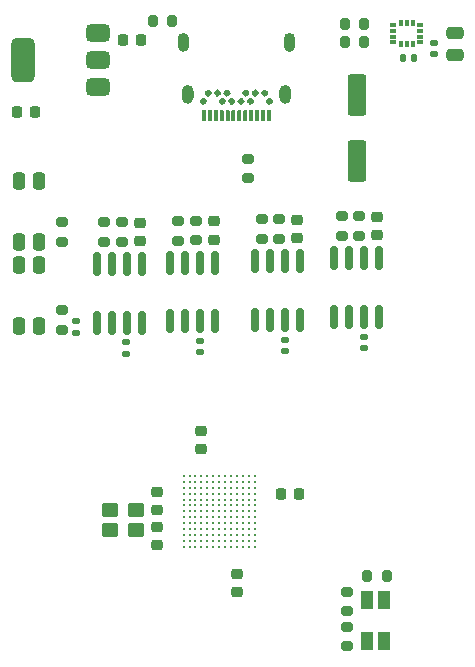
<source format=gbr>
%TF.GenerationSoftware,KiCad,Pcbnew,9.0.4*%
%TF.CreationDate,2025-09-28T18:54:50+03:00*%
%TF.ProjectId,Asius2,41736975-7332-42e6-9b69-6361645f7063,rev?*%
%TF.SameCoordinates,Original*%
%TF.FileFunction,Paste,Top*%
%TF.FilePolarity,Positive*%
%FSLAX46Y46*%
G04 Gerber Fmt 4.6, Leading zero omitted, Abs format (unit mm)*
G04 Created by KiCad (PCBNEW 9.0.4) date 2025-09-28 18:54:50*
%MOMM*%
%LPD*%
G01*
G04 APERTURE LIST*
G04 Aperture macros list*
%AMRoundRect*
0 Rectangle with rounded corners*
0 $1 Rounding radius*
0 $2 $3 $4 $5 $6 $7 $8 $9 X,Y pos of 4 corners*
0 Add a 4 corners polygon primitive as box body*
4,1,4,$2,$3,$4,$5,$6,$7,$8,$9,$2,$3,0*
0 Add four circle primitives for the rounded corners*
1,1,$1+$1,$2,$3*
1,1,$1+$1,$4,$5*
1,1,$1+$1,$6,$7*
1,1,$1+$1,$8,$9*
0 Add four rect primitives between the rounded corners*
20,1,$1+$1,$2,$3,$4,$5,0*
20,1,$1+$1,$4,$5,$6,$7,0*
20,1,$1+$1,$6,$7,$8,$9,0*
20,1,$1+$1,$8,$9,$2,$3,0*%
G04 Aperture macros list end*
%ADD10C,0.300000*%
%ADD11C,0.000000*%
%ADD12RoundRect,0.250000X0.475000X-0.250000X0.475000X0.250000X-0.475000X0.250000X-0.475000X-0.250000X0*%
%ADD13RoundRect,0.250000X0.550000X-1.500000X0.550000X1.500000X-0.550000X1.500000X-0.550000X-1.500000X0*%
%ADD14R,1.000000X1.500000*%
%ADD15RoundRect,0.200000X-0.200000X-0.275000X0.200000X-0.275000X0.200000X0.275000X-0.200000X0.275000X0*%
%ADD16RoundRect,0.225000X-0.225000X-0.250000X0.225000X-0.250000X0.225000X0.250000X-0.225000X0.250000X0*%
%ADD17C,0.270002*%
%ADD18R,0.300000X0.900000*%
%ADD19RoundRect,0.140000X-0.140000X-0.170000X0.140000X-0.170000X0.140000X0.170000X-0.140000X0.170000X0*%
%ADD20RoundRect,0.140000X-0.170000X0.140000X-0.170000X-0.140000X0.170000X-0.140000X0.170000X0.140000X0*%
%ADD21RoundRect,0.150000X0.150000X-0.825000X0.150000X0.825000X-0.150000X0.825000X-0.150000X-0.825000X0*%
%ADD22RoundRect,0.200000X-0.275000X0.200000X-0.275000X-0.200000X0.275000X-0.200000X0.275000X0.200000X0*%
%ADD23RoundRect,0.200000X0.275000X-0.200000X0.275000X0.200000X-0.275000X0.200000X-0.275000X-0.200000X0*%
%ADD24RoundRect,0.225000X0.250000X-0.225000X0.250000X0.225000X-0.250000X0.225000X-0.250000X-0.225000X0*%
%ADD25R,0.610000X0.350000*%
%ADD26R,0.350000X0.610000*%
%ADD27RoundRect,0.375000X0.625000X0.375000X-0.625000X0.375000X-0.625000X-0.375000X0.625000X-0.375000X0*%
%ADD28RoundRect,0.500000X0.500000X1.400000X-0.500000X1.400000X-0.500000X-1.400000X0.500000X-1.400000X0*%
%ADD29RoundRect,0.250000X0.250000X-0.475000X0.250000X0.475000X-0.250000X0.475000X-0.250000X-0.475000X0*%
%ADD30RoundRect,0.200000X0.200000X0.275000X-0.200000X0.275000X-0.200000X-0.275000X0.200000X-0.275000X0*%
%ADD31RoundRect,0.225000X0.225000X0.250000X-0.225000X0.250000X-0.225000X-0.250000X0.225000X-0.250000X0*%
%ADD32RoundRect,0.225000X-0.250000X0.225000X-0.250000X-0.225000X0.250000X-0.225000X0.250000X0.225000X0*%
%ADD33RoundRect,0.140000X0.170000X-0.140000X0.170000X0.140000X-0.170000X0.140000X-0.170000X-0.140000X0*%
%ADD34RoundRect,0.250000X-0.450000X-0.350000X0.450000X-0.350000X0.450000X0.350000X-0.450000X0.350000X0*%
G04 APERTURE END LIST*
D10*
%TO.C,USBC1*%
X89210500Y-78150500D02*
G75*
G02*
X88909500Y-78150500I-150500J0D01*
G01*
X88909500Y-78150500D02*
G75*
G02*
X89210500Y-78150500I150500J0D01*
G01*
X88810000Y-77450500D02*
G75*
G02*
X88510000Y-77450500I-150000J0D01*
G01*
X88510000Y-77450500D02*
G75*
G02*
X88810000Y-77450500I150000J0D01*
G01*
X88010000Y-77450500D02*
G75*
G02*
X87710000Y-77450500I-150000J0D01*
G01*
X87710000Y-77450500D02*
G75*
G02*
X88010000Y-77450500I150000J0D01*
G01*
X87610000Y-78150500D02*
G75*
G02*
X87310000Y-78150500I-150000J0D01*
G01*
X87310000Y-78150500D02*
G75*
G02*
X87610000Y-78150500I150000J0D01*
G01*
X87210500Y-77450500D02*
G75*
G02*
X86909500Y-77450500I-150500J0D01*
G01*
X86909500Y-77450500D02*
G75*
G02*
X87210500Y-77450500I150500J0D01*
G01*
X86810000Y-78150500D02*
G75*
G02*
X86510000Y-78150500I-150000J0D01*
G01*
X86510000Y-78150500D02*
G75*
G02*
X86810000Y-78150500I150000J0D01*
G01*
X86010000Y-78150500D02*
G75*
G02*
X85710000Y-78150500I-150000J0D01*
G01*
X85710000Y-78150500D02*
G75*
G02*
X86010000Y-78150500I150000J0D01*
G01*
X85610000Y-77450500D02*
G75*
G02*
X85310000Y-77450500I-150000J0D01*
G01*
X85310000Y-77450500D02*
G75*
G02*
X85610000Y-77450500I150000J0D01*
G01*
X85210500Y-78150500D02*
G75*
G02*
X84909500Y-78150500I-150500J0D01*
G01*
X84909500Y-78150500D02*
G75*
G02*
X85210500Y-78150500I150500J0D01*
G01*
X84810000Y-77450500D02*
G75*
G02*
X84510000Y-77450500I-150000J0D01*
G01*
X84510000Y-77450500D02*
G75*
G02*
X84810000Y-77450500I150000J0D01*
G01*
X84010000Y-77450500D02*
G75*
G02*
X83710000Y-77450500I-150000J0D01*
G01*
X83710000Y-77450500D02*
G75*
G02*
X84010000Y-77450500I150000J0D01*
G01*
X83610000Y-78150500D02*
G75*
G02*
X83310000Y-78150500I-150000J0D01*
G01*
X83310000Y-78150500D02*
G75*
G02*
X83610000Y-78150500I150000J0D01*
G01*
D11*
G36*
X89160000Y-79810500D02*
G01*
X88860000Y-79810500D01*
X88860000Y-78910500D01*
X89160000Y-78910500D01*
X89160000Y-79810500D01*
G37*
G36*
X88660000Y-79810500D02*
G01*
X88360000Y-79810500D01*
X88360000Y-78910500D01*
X88660000Y-78910500D01*
X88660000Y-79810500D01*
G37*
G36*
X88160000Y-79810500D02*
G01*
X87860000Y-79810500D01*
X87860000Y-78910500D01*
X88160000Y-78910500D01*
X88160000Y-79810500D01*
G37*
G36*
X87660000Y-79810500D02*
G01*
X87360000Y-79810500D01*
X87360000Y-78910500D01*
X87660000Y-78910500D01*
X87660000Y-79810500D01*
G37*
G36*
X87160000Y-79810500D02*
G01*
X86860000Y-79810500D01*
X86860000Y-78910500D01*
X87160000Y-78910500D01*
X87160000Y-79810500D01*
G37*
G36*
X86660000Y-79810500D02*
G01*
X86360000Y-79810500D01*
X86360000Y-78910500D01*
X86660000Y-78910500D01*
X86660000Y-79810500D01*
G37*
G36*
X86160000Y-79810500D02*
G01*
X85860000Y-79810500D01*
X85860000Y-78910500D01*
X86160000Y-78910500D01*
X86160000Y-79810500D01*
G37*
G36*
X85660000Y-79810500D02*
G01*
X85360000Y-79810500D01*
X85360000Y-78910500D01*
X85660000Y-78910500D01*
X85660000Y-79810500D01*
G37*
G36*
X85160000Y-79810500D02*
G01*
X84860000Y-79810500D01*
X84860000Y-78910500D01*
X85160000Y-78910500D01*
X85160000Y-79810500D01*
G37*
G36*
X84660000Y-79810500D02*
G01*
X84360000Y-79810500D01*
X84360000Y-78910500D01*
X84660000Y-78910500D01*
X84660000Y-79810500D01*
G37*
G36*
X84160000Y-79810500D02*
G01*
X83860000Y-79810500D01*
X83860000Y-78910500D01*
X84160000Y-78910500D01*
X84160000Y-79810500D01*
G37*
G36*
X83660500Y-79810000D02*
G01*
X83360000Y-79810000D01*
X83360000Y-78910000D01*
X83660500Y-78910000D01*
X83660500Y-79810000D01*
G37*
G36*
X90250000Y-72860500D02*
G01*
X90250000Y-72860500D01*
G75*
G02*
X91250000Y-72860500I500000J0D01*
G01*
X91250000Y-73460500D01*
G75*
G02*
X90250000Y-73460500I-500000J0D01*
G01*
X90250000Y-72860500D01*
G37*
G36*
X89890000Y-77260500D02*
G01*
X89890000Y-77260500D01*
G75*
G02*
X90890000Y-77260500I500000J0D01*
G01*
X90890000Y-77860500D01*
G75*
G02*
X89890000Y-77860500I-500000J0D01*
G01*
X89890000Y-77260500D01*
G37*
G36*
X81630000Y-77260500D02*
G01*
X81630000Y-77260500D01*
G75*
G02*
X82630000Y-77260500I500000J0D01*
G01*
X82630000Y-77860500D01*
G75*
G02*
X81630000Y-77860500I-500000J0D01*
G01*
X81630000Y-77260500D01*
G37*
G36*
X81270000Y-72860500D02*
G01*
X81270000Y-72860500D01*
G75*
G02*
X82270000Y-72860500I500000J0D01*
G01*
X82270000Y-73460500D01*
G75*
G02*
X81270000Y-73460500I-500000J0D01*
G01*
X81270000Y-72860500D01*
G37*
%TD*%
D12*
%TO.C,C41*%
X104800000Y-74250000D03*
X104800000Y-72350000D03*
%TD*%
D13*
%TO.C,C40*%
X96500000Y-83190000D03*
X96500000Y-77590000D03*
%TD*%
D14*
%TO.C,D1*%
X98720000Y-123830000D03*
X97320000Y-123830000D03*
X97320000Y-120330000D03*
X98720000Y-120330000D03*
%TD*%
D15*
%TO.C,R11*%
X97085000Y-73090000D03*
X95435000Y-73090000D03*
%TD*%
D16*
%TO.C,C2*%
X69200000Y-79010000D03*
X67650000Y-79010000D03*
%TD*%
D17*
%TO.C,U7*%
X81790000Y-109860000D03*
X82290000Y-109860000D03*
X82790000Y-109860000D03*
X83290000Y-109860000D03*
X83790000Y-109860000D03*
X84290000Y-109860000D03*
X84790000Y-109860000D03*
X85290000Y-109860000D03*
X85790000Y-109860000D03*
X86290000Y-109860000D03*
X86790000Y-109860000D03*
X87290000Y-109860000D03*
X87790000Y-109860000D03*
X81790000Y-110360000D03*
X82290000Y-110360000D03*
X82790000Y-110360000D03*
X83290000Y-110360000D03*
X83790000Y-110360000D03*
X84290000Y-110360000D03*
X84790000Y-110360000D03*
X85290000Y-110360000D03*
X85790000Y-110360000D03*
X86290000Y-110360000D03*
X86790000Y-110360000D03*
X87290000Y-110360000D03*
X87790000Y-110360000D03*
X81790000Y-110860000D03*
X82290000Y-110860000D03*
X82790000Y-110860000D03*
X83290000Y-110860000D03*
X83790000Y-110860000D03*
X84290000Y-110860000D03*
X84790000Y-110860000D03*
X85290000Y-110860000D03*
X85790000Y-110860000D03*
X86290000Y-110860000D03*
X86790000Y-110860000D03*
X87290000Y-110860000D03*
X87790000Y-110860000D03*
X81790000Y-111360000D03*
X82290000Y-111360000D03*
X82790000Y-111360000D03*
X83290000Y-111360000D03*
X83790000Y-111360000D03*
X84290000Y-111360000D03*
X84790000Y-111360000D03*
X85290000Y-111360000D03*
X85790000Y-111360000D03*
X86290000Y-111360000D03*
X86790000Y-111360000D03*
X87290000Y-111360000D03*
X87790000Y-111360000D03*
X81790000Y-111860000D03*
X82290000Y-111860000D03*
X82790000Y-111860000D03*
X83290000Y-111860000D03*
X83790000Y-111860000D03*
X84290000Y-111860000D03*
X84790000Y-111860000D03*
X85290000Y-111860000D03*
X85790000Y-111860000D03*
X86290000Y-111860000D03*
X86790000Y-111860000D03*
X87290000Y-111860000D03*
X87790000Y-111860000D03*
X81790000Y-112360000D03*
X82290000Y-112360000D03*
X82790000Y-112360000D03*
X83290000Y-112360000D03*
X83790000Y-112360000D03*
X84290000Y-112360000D03*
X84790000Y-112360000D03*
X85290000Y-112360000D03*
X85790000Y-112360000D03*
X86290000Y-112360000D03*
X86790000Y-112360000D03*
X87290000Y-112360000D03*
X87790000Y-112360000D03*
X81790000Y-112860000D03*
X82290000Y-112860000D03*
X82790000Y-112860000D03*
X83290000Y-112860000D03*
X83790000Y-112860000D03*
X84290000Y-112860000D03*
X84790000Y-112860000D03*
X85290000Y-112860000D03*
X85790000Y-112860000D03*
X86290000Y-112860000D03*
X86790000Y-112860000D03*
X87290000Y-112860000D03*
X87790000Y-112860000D03*
X81790000Y-113360000D03*
X82290000Y-113360000D03*
X82790000Y-113360000D03*
X83290000Y-113360000D03*
X83790000Y-113360000D03*
X84290000Y-113360000D03*
X84790000Y-113360000D03*
X85290000Y-113360000D03*
X85790000Y-113360000D03*
X86290000Y-113360000D03*
X86790000Y-113360000D03*
X87290000Y-113360000D03*
X87790000Y-113360000D03*
X81790000Y-113860000D03*
X82290000Y-113860000D03*
X82790000Y-113860000D03*
X83290000Y-113860000D03*
X83790000Y-113860000D03*
X84290000Y-113860000D03*
X84790000Y-113860000D03*
X85290000Y-113860000D03*
X85790000Y-113860000D03*
X86290000Y-113860000D03*
X86790000Y-113860000D03*
X87290000Y-113860000D03*
X87790000Y-113860000D03*
X81790000Y-114360000D03*
X82290000Y-114360000D03*
X82790000Y-114360000D03*
X83290000Y-114360000D03*
X83790000Y-114360000D03*
X84290000Y-114360000D03*
X84790000Y-114360000D03*
X85290000Y-114360000D03*
X85790000Y-114360000D03*
X86290000Y-114360000D03*
X86790000Y-114360000D03*
X87290000Y-114360000D03*
X87790000Y-114360000D03*
X81790000Y-114860000D03*
X82290000Y-114860000D03*
X82790000Y-114860000D03*
X83290000Y-114860000D03*
X83790000Y-114860000D03*
X84290000Y-114860000D03*
X84790000Y-114860000D03*
X85290000Y-114860000D03*
X85790000Y-114860000D03*
X86290000Y-114860000D03*
X86790000Y-114860000D03*
X87290000Y-114860000D03*
X87790000Y-114860000D03*
X81790000Y-115360000D03*
X82290000Y-115360000D03*
X82790000Y-115360000D03*
X83290000Y-115360000D03*
X83790000Y-115360000D03*
X84290000Y-115360000D03*
X84790000Y-115360000D03*
X85290000Y-115360000D03*
X85790000Y-115360000D03*
X86290000Y-115360000D03*
X86790000Y-115360000D03*
X87290000Y-115360000D03*
X87790000Y-115360000D03*
X81790000Y-115860000D03*
X82290000Y-115860000D03*
X82790000Y-115860000D03*
X83290000Y-115860000D03*
X83790000Y-115860000D03*
X84290000Y-115860000D03*
X84790000Y-115860000D03*
X85290000Y-115860000D03*
X85790000Y-115860000D03*
X86290000Y-115860000D03*
X86790000Y-115860000D03*
X87290000Y-115860000D03*
X87790000Y-115860000D03*
%TD*%
D18*
%TO.C,USBC1*%
X89010500Y-79360000D03*
X88510000Y-79360000D03*
X88010000Y-79360000D03*
X87510000Y-79360000D03*
X87010000Y-79360000D03*
X86510000Y-79360000D03*
X86010000Y-79360000D03*
X85510000Y-79360000D03*
X85010000Y-79360000D03*
X84510000Y-79360000D03*
X84010000Y-79360000D03*
X83510000Y-79360000D03*
%TD*%
D16*
%TO.C,C18*%
X91570000Y-111380000D03*
X90020000Y-111380000D03*
%TD*%
D19*
%TO.C,C12*%
X100330000Y-74440000D03*
X101290000Y-74440000D03*
%TD*%
D20*
%TO.C,C11*%
X102970000Y-73200000D03*
X102970000Y-74160000D03*
%TD*%
%TO.C,C10*%
X97030000Y-98060000D03*
X97030000Y-99020000D03*
%TD*%
%TO.C,C9*%
X76930000Y-98560000D03*
X76930000Y-99520000D03*
%TD*%
%TO.C,C6*%
X83200000Y-98430000D03*
X83200000Y-99390000D03*
%TD*%
%TO.C,C5*%
X90345000Y-98335000D03*
X90345000Y-99295000D03*
%TD*%
D21*
%TO.C,U2*%
X87800000Y-96650000D03*
X89070000Y-96650000D03*
X90340000Y-96650000D03*
X91610000Y-96650000D03*
X91610000Y-91700000D03*
X90340000Y-91700000D03*
X89070000Y-91700000D03*
X87800000Y-91700000D03*
%TD*%
D22*
%TO.C,R9*%
X96660000Y-89510000D03*
X96660000Y-87860000D03*
%TD*%
D21*
%TO.C,U5*%
X94505000Y-96385000D03*
X95775000Y-96385000D03*
X97045000Y-96385000D03*
X98315000Y-96385000D03*
X98315000Y-91435000D03*
X97045000Y-91435000D03*
X95775000Y-91435000D03*
X94505000Y-91435000D03*
%TD*%
D23*
%TO.C,R6*%
X81330000Y-89940000D03*
X81330000Y-88290000D03*
%TD*%
D22*
%TO.C,R7*%
X76570000Y-88375000D03*
X76570000Y-90025000D03*
%TD*%
D23*
%TO.C,R8*%
X75070000Y-90050000D03*
X75070000Y-88400000D03*
%TD*%
D22*
%TO.C,R5*%
X82830000Y-89915000D03*
X82830000Y-88265000D03*
%TD*%
D23*
%TO.C,R10*%
X95160000Y-87860000D03*
X95160000Y-89510000D03*
%TD*%
D24*
%TO.C,C8*%
X98160000Y-87935000D03*
X98160000Y-89485000D03*
%TD*%
%TO.C,C7*%
X78070000Y-89975000D03*
X78070000Y-88425000D03*
%TD*%
%TO.C,C4*%
X84330000Y-89865000D03*
X84330000Y-88315000D03*
%TD*%
%TO.C,C3*%
X91405000Y-88200000D03*
X91405000Y-89750000D03*
%TD*%
D23*
%TO.C,R4*%
X88405000Y-89800000D03*
X88405000Y-88150000D03*
%TD*%
D22*
%TO.C,R3*%
X89905000Y-88150000D03*
X89905000Y-89800000D03*
%TD*%
D21*
%TO.C,U3*%
X80675000Y-96765000D03*
X81945000Y-96765000D03*
X83215000Y-96765000D03*
X84485000Y-96765000D03*
X84485000Y-91815000D03*
X83215000Y-91815000D03*
X81945000Y-91815000D03*
X80675000Y-91815000D03*
%TD*%
D22*
%TO.C,R15*%
X95630000Y-124295000D03*
X95630000Y-122645000D03*
%TD*%
D15*
%TO.C,R12*%
X97065000Y-71570000D03*
X95415000Y-71570000D03*
%TD*%
D22*
%TO.C,R14*%
X95590000Y-119665000D03*
X95590000Y-121315000D03*
%TD*%
D15*
%TO.C,R13*%
X99005000Y-118350000D03*
X97355000Y-118350000D03*
%TD*%
D22*
%TO.C,R2*%
X87200000Y-84670000D03*
X87200000Y-83020000D03*
%TD*%
D25*
%TO.C,U6*%
X99510000Y-71660000D03*
X99510000Y-72160000D03*
X99510000Y-72660000D03*
X99510000Y-73160000D03*
D26*
X100170000Y-73320000D03*
X100670000Y-73320000D03*
X101170000Y-73320000D03*
D25*
X101830000Y-73160000D03*
X101830000Y-72660000D03*
X101830000Y-72160000D03*
X101830000Y-71660000D03*
D26*
X101170000Y-71500000D03*
X100670000Y-71500000D03*
X100170000Y-71500000D03*
%TD*%
D27*
%TO.C,U1*%
X74530000Y-76940000D03*
X74530000Y-74640000D03*
D28*
X68230000Y-74640000D03*
D27*
X74530000Y-72340000D03*
%TD*%
D29*
%TO.C,SW2*%
X67850000Y-97175000D03*
X67850000Y-92025000D03*
X69550000Y-97175000D03*
X69550000Y-92025000D03*
%TD*%
%TO.C,SW1*%
X67830000Y-90025000D03*
X67830000Y-84875000D03*
X69530000Y-90025000D03*
X69530000Y-84875000D03*
%TD*%
D30*
%TO.C,R1*%
X80815000Y-71370000D03*
X79165000Y-71370000D03*
%TD*%
D31*
%TO.C,C1*%
X78165000Y-72990000D03*
X76615000Y-72990000D03*
%TD*%
D24*
%TO.C,C13*%
X79530000Y-111205000D03*
X79530000Y-112755000D03*
%TD*%
D32*
%TO.C,C14*%
X79540000Y-115710000D03*
X79540000Y-114160000D03*
%TD*%
D33*
%TO.C,C15*%
X72710000Y-96770000D03*
X72710000Y-97730000D03*
%TD*%
D24*
%TO.C,C17*%
X83290000Y-106055000D03*
X83290000Y-107605000D03*
%TD*%
D32*
%TO.C,C19*%
X86290000Y-119675000D03*
X86290000Y-118125000D03*
%TD*%
D23*
%TO.C,R16*%
X71450000Y-88395000D03*
X71450000Y-90045000D03*
%TD*%
D22*
%TO.C,R17*%
X71480000Y-97490000D03*
X71480000Y-95840000D03*
%TD*%
D34*
%TO.C,Y1*%
X75560000Y-112730000D03*
X77760000Y-112730000D03*
X77760000Y-114430000D03*
X75560000Y-114430000D03*
%TD*%
D21*
%TO.C,U4*%
X74415000Y-96875000D03*
X75685000Y-96875000D03*
X76955000Y-96875000D03*
X78225000Y-96875000D03*
X78225000Y-91925000D03*
X76955000Y-91925000D03*
X75685000Y-91925000D03*
X74415000Y-91925000D03*
%TD*%
M02*

</source>
